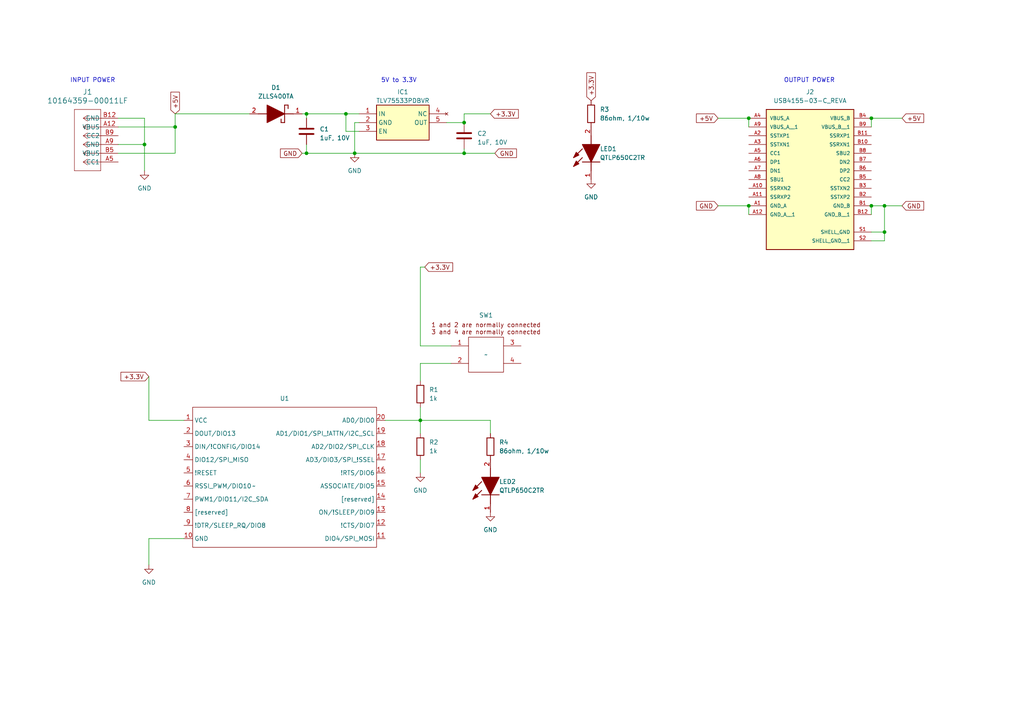
<source format=kicad_sch>
(kicad_sch (version 20230121) (generator eeschema)
  (paper "A4")
  (lib_symbols
    (symbol "10164359_00011LF:10164359-00011LF" (pin_names (offset 0.254))
      (property "Reference" "J" (at 8.89 6.35 0))
      (property "Value" "10164359-00011LF" (at 0 0 0))
      (symbol "10164359-00011LF_1_1"
        (polyline (pts (xy 5.08 -15.24) (xy 12.7 -15.24)) (stroke (width 0.127)))
        (polyline (pts (xy 5.08 2.54) (xy 5.08 -15.24)) (stroke (width 0.127)))
        (polyline (pts (xy 10.16 -12.7) (xy 5.08 -12.7)) (stroke (width 0.127)))
        (polyline (pts (xy 10.16 -12.7) (xy 8.89 -13.5467)) (stroke (width 0.127)))
        (polyline (pts (xy 10.16 -12.7) (xy 8.89 -11.8533)) (stroke (width 0.127)))
        (polyline (pts (xy 10.16 -10.16) (xy 5.08 -10.16)) (stroke (width 0.127)))
        (polyline (pts (xy 10.16 -10.16) (xy 8.89 -11.0067)) (stroke (width 0.127)))
        (polyline (pts (xy 10.16 -10.16) (xy 8.89 -9.3133)) (stroke (width 0.127)))
        (polyline (pts (xy 10.16 -7.62) (xy 5.08 -7.62)) (stroke (width 0.127)))
        (polyline (pts (xy 10.16 -7.62) (xy 8.89 -8.4667)) (stroke (width 0.127)))
        (polyline (pts (xy 10.16 -7.62) (xy 8.89 -6.7733)) (stroke (width 0.127)))
        (polyline (pts (xy 10.16 -5.08) (xy 5.08 -5.08)) (stroke (width 0.127)))
        (polyline (pts (xy 10.16 -5.08) (xy 8.89 -5.9267)) (stroke (width 0.127)))
        (polyline (pts (xy 10.16 -5.08) (xy 8.89 -4.2333)) (stroke (width 0.127)))
        (polyline (pts (xy 10.16 -2.54) (xy 5.08 -2.54)) (stroke (width 0.127)))
        (polyline (pts (xy 10.16 -2.54) (xy 8.89 -3.3867)) (stroke (width 0.127)))
        (polyline (pts (xy 10.16 -2.54) (xy 8.89 -1.6933)) (stroke (width 0.127)))
        (polyline (pts (xy 10.16 0) (xy 5.08 0)) (stroke (width 0.127)))
        (polyline (pts (xy 10.16 0) (xy 8.89 -0.8467)) (stroke (width 0.127)))
        (polyline (pts (xy 10.16 0) (xy 8.89 0.8467)) (stroke (width 0.127)))
        (polyline (pts (xy 12.7 -15.24) (xy 12.7 2.54)) (stroke (width 0.127)))
        (polyline (pts (xy 12.7 2.54) (xy 5.08 2.54)) (stroke (width 0.127)))
        (pin unspecified line (at 0 -10.16 0) (length 5.08) (name "VBUS") (number "A12"))
        (pin unspecified line (at 0 0 0) (length 5.08) (name "CC1") (number "A5"))
        (pin unspecified line (at 0 -5.08 0) (length 5.08) (name "GND") (number "A9"))
        (pin unspecified line (at 0 -12.7 0) (length 5.08) (name "GND") (number "B12"))
        (pin unspecified line (at 0 -2.54 0) (length 5.08) (name "VBUS") (number "B5"))
        (pin unspecified line (at 0 -7.62 0) (length 5.08) (name "CC2") (number "B9"))
      )
      (symbol "10164359-00011LF_1_2"
        (polyline (pts (xy 5.08 -15.24) (xy 12.7 -15.24)) (stroke (width 0.127)))
        (polyline (pts (xy 5.08 2.54) (xy 5.08 -15.24)) (stroke (width 0.127)))
        (polyline (pts (xy 7.62 -12.7) (xy 5.08 -12.7)) (stroke (width 0.127)))
        (polyline (pts (xy 7.62 -12.7) (xy 8.89 -13.5467)) (stroke (width 0.127)))
        (polyline (pts (xy 7.62 -12.7) (xy 8.89 -11.8533)) (stroke (width 0.127)))
        (polyline (pts (xy 7.62 -10.16) (xy 5.08 -10.16)) (stroke (width 0.127)))
        (polyline (pts (xy 7.62 -10.16) (xy 8.89 -11.0067)) (stroke (width 0.127)))
        (polyline (pts (xy 7.62 -10.16) (xy 8.89 -9.3133)) (stroke (width 0.127)))
        (polyline (pts (xy 7.62 -7.62) (xy 5.08 -7.62)) (stroke (width 0.127)))
        (polyline (pts (xy 7.62 -7.62) (xy 8.89 -8.4667)) (stroke (width 0.127)))
        (polyline (pts (xy 7.62 -7.62) (xy 8.89 -6.7733)) (stroke (width 0.127)))
        (polyline (pts (xy 7.62 -5.08) (xy 5.08 -5.08)) (stroke (width 0.127)))
        (polyline (pts (xy 7.62 -5.08) (xy 8.89 -5.9267)) (stroke (width 0.127)))
        (polyline (pts (xy 7.62 -5.08) (xy 8.89 -4.2333)) (stroke (width 0.127)))
        (polyline (pts (xy 7.62 -2.54) (xy 5.08 -2.54)) (stroke (width 0.127)))
        (polyline (pts (xy 7.62 -2.54) (xy 8.89 -3.3867)) (stroke (width 0.127)))
        (polyline (pts (xy 7.62 -2.54) (xy 8.89 -1.6933)) (stroke (width 0.127)))
        (polyline (pts (xy 7.62 0) (xy 5.08 0)) (stroke (width 0.127)))
        (polyline (pts (xy 7.62 0) (xy 8.89 -0.8467)) (stroke (width 0.127)))
        (polyline (pts (xy 7.62 0) (xy 8.89 0.8467)) (stroke (width 0.127)))
        (polyline (pts (xy 12.7 -15.24) (xy 12.7 2.54)) (stroke (width 0.127)))
        (polyline (pts (xy 12.7 2.54) (xy 5.08 2.54)) (stroke (width 0.127)))
        (pin unspecified line (at 0 -10.16 0) (length 5.08) (name "VBUS") (number "A12"))
        (pin unspecified line (at 0 0 0) (length 5.08) (name "CC1") (number "A5"))
        (pin unspecified line (at 0 -5.08 0) (length 5.08) (name "GND") (number "A9"))
        (pin unspecified line (at 0 -12.7 0) (length 5.08) (name "GND") (number "B12"))
        (pin unspecified line (at 0 -2.54 0) (length 5.08) (name "VBUS") (number "B5"))
        (pin unspecified line (at 0 -7.62 0) (length 5.08) (name "CC2") (number "B9"))
      )
    )
    (symbol "Device:C" (pin_numbers hide) (pin_names (offset 0.254))
      (property "Reference" "C" (at 0.635 2.54 0))
      (property "Value" "C" (at 0.635 -2.54 0))
      (symbol "C_0_1"
        (polyline (pts (xy -2.032 -0.762) (xy 2.032 -0.762)) (stroke (width 0.508)))
        (polyline (pts (xy -2.032 0.762) (xy 2.032 0.762)) (stroke (width 0.508)))
      )
      (symbol "C_1_1"
        (pin passive line (at 0 3.81 270) (length 2.794) (name "~") (number "1"))
        (pin passive line (at 0 -3.81 90) (length 2.794) (name "~") (number "2"))
      )
    )
    (symbol "Device:R" (pin_numbers hide) (pin_names (offset 0))
      (property "Reference" "R" (at 2.032 0 90))
      (property "Value" "R" (at 0 0 90))
      (symbol "R_0_1"
        (rectangle (start -1.016 -2.54) (end 1.016 2.54) (stroke (width 0.254)))
      )
      (symbol "R_1_1"
        (pin passive line (at 0 3.81 270) (length 1.27) (name "~") (number "1"))
        (pin passive line (at 0 -3.81 90) (length 1.27) (name "~") (number "2"))
      )
    )
    (symbol "QTLP650C2TR:QTLP650C2TR" (pin_names hide)
      (property "Reference" "LED" (at 12.7 8.89 0))
      (property "Value" "QTLP650C2TR" (at 12.7 6.35 0))
      (symbol "QTLP650C2TR_1_1"
        (polyline (pts (xy 2.54 0) (xy 5.08 0)) (stroke (width 0.254)))
        (polyline (pts (xy 5.08 2.54) (xy 5.08 -2.54)) (stroke (width 0.254)))
        (polyline (pts (xy 6.35 2.54) (xy 3.81 5.08)) (stroke (width 0.254)))
        (polyline (pts (xy 8.89 2.54) (xy 6.35 5.08)) (stroke (width 0.254)))
        (polyline (pts (xy 10.16 0) (xy 12.7 0)) (stroke (width 0.254)))
        (polyline (pts (xy 5.08 0) (xy 10.16 2.54) (xy 10.16 -2.54) (xy 5.08 0)) (stroke (width 0.254)) (fill (type outline)))
        (polyline (pts (xy 5.334 4.318) (xy 4.572 3.556) (xy 3.81 5.08) (xy 5.334 4.318)) (stroke (width 0.254)) (fill (type outline)))
        (polyline (pts (xy 7.874 4.318) (xy 7.112 3.556) (xy 6.35 5.08) (xy 7.874 4.318)) (stroke (width 0.254)) (fill (type outline)))
        (pin passive line (at 0 0 0) (length 2.54) (name "K") (number "1"))
        (pin passive line (at 15.24 0 180) (length 2.54) (name "A") (number "2"))
      )
    )
    (symbol "TLV75533PDBVR:TLV75533PDBVR"
      (property "Reference" "IC" (at 21.59 7.62 0))
      (property "Value" "TLV75533PDBVR" (at 21.59 5.08 0))
      (symbol "TLV75533PDBVR_1_1"
        (rectangle (start 5.08 2.54) (end 20.32 -7.62) (stroke (width 0.254)) (fill (type background)))
        (pin passive line (at 0 0 0) (length 5.08) (name "IN") (number "1"))
        (pin passive line (at 0 -2.54 0) (length 5.08) (name "GND") (number "2"))
        (pin passive line (at 0 -5.08 0) (length 5.08) (name "EN") (number "3"))
        (pin no_connect line (at 25.4 0 180) (length 5.08) (name "NC") (number "4"))
        (pin passive line (at 25.4 -2.54 180) (length 5.08) (name "OUT") (number "5"))
      )
    )
    (symbol "USB4155-03-C_REVA:USB4155-03-C_REVA" (pin_names (offset 1.016))
      (property "Reference" "J" (at -12.7 16.002 0))
      (property "Value" "USB4155-03-C_REVA" (at -12.7 -26.162 0))
      (symbol "USB4155-03-C_REVA_0_0"
        (rectangle (start -12.7 -25.4) (end 12.7 15.24) (stroke (width 0.254)) (fill (type background)))
        (pin power_in line (at -17.78 -12.7 0) (length 5.08) (name "GND_A") (number "A1"))
        (pin bidirectional line (at -17.78 -7.62 0) (length 5.08) (name "SSRXN2") (number "A10"))
        (pin bidirectional line (at -17.78 -10.16 0) (length 5.08) (name "SSRXP2") (number "A11"))
        (pin power_in line (at -17.78 -15.24 0) (length 5.08) (name "GND_A__1") (number "A12"))
        (pin bidirectional line (at -17.78 7.62 0) (length 5.08) (name "SSTXP1") (number "A2"))
        (pin bidirectional line (at -17.78 5.08 0) (length 5.08) (name "SSTXN1") (number "A3"))
        (pin power_in line (at -17.78 12.7 0) (length 5.08) (name "VBUS_A") (number "A4"))
        (pin bidirectional line (at -17.78 2.54 0) (length 5.08) (name "CC1") (number "A5"))
        (pin bidirectional line (at -17.78 0 0) (length 5.08) (name "DP1") (number "A6"))
        (pin bidirectional line (at -17.78 -2.54 0) (length 5.08) (name "DN1") (number "A7"))
        (pin bidirectional line (at -17.78 -5.08 0) (length 5.08) (name "SBU1") (number "A8"))
        (pin power_in line (at -17.78 10.16 0) (length 5.08) (name "VBUS_A__1") (number "A9"))
        (pin power_in line (at 17.78 -12.7 180) (length 5.08) (name "GND_B") (number "B1"))
        (pin bidirectional line (at 17.78 5.08 180) (length 5.08) (name "SSRXN1") (number "B10"))
        (pin bidirectional line (at 17.78 7.62 180) (length 5.08) (name "SSRXP1") (number "B11"))
        (pin power_in line (at 17.78 -15.24 180) (length 5.08) (name "GND_B__1") (number "B12"))
        (pin bidirectional line (at 17.78 -10.16 180) (length 5.08) (name "SSTXP2") (number "B2"))
        (pin bidirectional line (at 17.78 -7.62 180) (length 5.08) (name "SSTXN2") (number "B3"))
        (pin power_in line (at 17.78 12.7 180) (length 5.08) (name "VBUS_B") (number "B4"))
        (pin bidirectional line (at 17.78 -5.08 180) (length 5.08) (name "CC2") (number "B5"))
        (pin bidirectional line (at 17.78 -2.54 180) (length 5.08) (name "DP2") (number "B6"))
        (pin bidirectional line (at 17.78 0 180) (length 5.08) (name "DN2") (number "B7"))
        (pin bidirectional line (at 17.78 2.54 180) (length 5.08) (name "SBU2") (number "B8"))
        (pin power_in line (at 17.78 10.16 180) (length 5.08) (name "VBUS_B__1") (number "B9"))
        (pin power_in line (at 17.78 -20.32 180) (length 5.08) (name "SHELL_GND") (number "S1"))
        (pin power_in line (at 17.78 -22.86 180) (length 5.08) (name "SHELL_GND__1") (number "S2"))
      )
    )
    (symbol "XA1E-BV302-R:XA1E-BV302-R"
      (property "Reference" "SW" (at 0 10.16 0))
      (symbol "XA1E-BV302-R_0_1"
        (rectangle (start -5.08 5.08) (end 5.08 -5.08))
      )
      (symbol "XA1E-BV302-R_1_1"
        (text "1 and 2 are normally connected\n3 and 4 are normally connected" (at 0 7.62 0) (effects (font (size 1.27 1.27))))
        (pin passive line (at -10.16 2.54 0) (length 5.08) (name "") (number "1"))
        (pin passive line (at -10.16 -2.54 0) (length 5.08) (name "") (number "2"))
        (pin passive line (at 10.16 2.54 180) (length 5.08) (name "") (number "3"))
        (pin passive line (at 10.16 -2.54 180) (length 5.08) (name "") (number "4"))
      )
    )
    (symbol "XB3-24AST-J:XB3-24AST-J"
      (property "Reference" "U" (at -8.89 -2.54 0))
      (symbol "XB3-24AST-J_0_1"
        (rectangle (start -26.67 20.32) (end 26.67 -20.32))
      )
      (symbol "XB3-24AST-J_1_1"
        (pin input line (at -29.21 16.51 0) (length 2.54) (name "VCC") (number "1"))
        (pin input line (at -29.21 -17.78 0) (length 2.54) (name "GND") (number "10"))
        (pin input line (at 29.21 -17.78 180) (length 2.54) (name "DIO4/SPI_MOSI") (number "11"))
        (pin input line (at 29.21 -13.97 180) (length 2.54) (name "!CTS/DIO7") (number "12"))
        (pin input line (at 29.21 -10.16 180) (length 2.54) (name "ON/!SLEEP/DIO9") (number "13"))
        (pin input line (at 29.21 -6.35 180) (length 2.54) (name "[reserved]") (number "14"))
        (pin input line (at 29.21 -2.54 180) (length 2.54) (name "ASSOCIATE/DIO5") (number "15"))
        (pin input line (at 29.21 1.27 180) (length 2.54) (name "!RTS/DIO6") (number "16"))
        (pin input line (at 29.21 5.08 180) (length 2.54) (name "AD3/DIO3/SPI_!SSEL") (number "17"))
        (pin input line (at 29.21 8.89 180) (length 2.54) (name "AD2/DIO2/SPI_CLK") (number "18"))
        (pin input line (at 29.21 12.7 180) (length 2.54) (name "AD1/DIO1/SPI_!ATTN/I2C_SCL") (number "19"))
        (pin input line (at -29.21 12.7 0) (length 2.54) (name "DOUT/DIO13") (number "2"))
        (pin input line (at 29.21 16.51 180) (length 2.54) (name "AD0/DIO0") (number "20"))
        (pin input line (at -29.21 8.89 0) (length 2.54) (name "DIN/!CONFIG/DIO14") (number "3"))
        (pin input line (at -29.21 5.08 0) (length 2.54) (name "DIO12/SPI_MISO") (number "4"))
        (pin input line (at -29.21 1.27 0) (length 2.54) (name "!RESET") (number "5"))
        (pin input line (at -29.21 -2.54 0) (length 2.54) (name "RSSI_PWM/DIO10") (number "6"))
        (pin input line (at -29.21 -6.35 0) (length 2.54) (name "PWM1/DIO11/I2C_SDA") (number "7"))
        (pin input line (at -29.21 -10.16 0) (length 2.54) (name "[reserved]") (number "8"))
        (pin input line (at -29.21 -13.97 0) (length 2.54) (name "!DTR/SLEEP_RQ/DIO8") (number "9"))
      )
    )
    (symbol "ZLLS400TA:ZLLS400TA" (pin_names hide)
      (property "Reference" "D" (at 12.7 8.89 0))
      (property "Value" "ZLLS400TA" (at 12.7 6.35 0))
      (symbol "ZLLS400TA_1_1"
        (polyline (pts (xy 5.08 0) (xy 7.62 0)) (stroke (width 0.254)))
        (polyline (pts (xy 6.604 -1.524) (xy 6.604 -2.54)) (stroke (width 0.254)))
        (polyline (pts (xy 7.62 -2.54) (xy 6.604 -2.54)) (stroke (width 0.254)))
        (polyline (pts (xy 7.62 2.54) (xy 7.62 -2.54)) (stroke (width 0.254)))
        (polyline (pts (xy 7.62 2.54) (xy 8.636 2.54)) (stroke (width 0.254)))
        (polyline (pts (xy 8.636 1.524) (xy 8.636 2.54)) (stroke (width 0.254)))
        (polyline (pts (xy 12.7 0) (xy 15.24 0)) (stroke (width 0.254)))
        (polyline (pts (xy 7.62 0) (xy 12.7 2.54) (xy 12.7 -2.54) (xy 7.62 0)) (stroke (width 0.254)) (fill (type outline)))
        (pin passive line (at 2.54 0 0) (length 2.54) (name "K") (number "1"))
        (pin passive line (at 17.78 0 180) (length 2.54) (name "A") (number "2"))
      )
    )
    (symbol "power:GND" (power) (pin_names (offset 0))
      (property "Value" "GND" (at 0 -3.81 0))
      (symbol "GND_0_1"
        (polyline (pts (xy 0 0) (xy 0 -1.27) (xy 1.27 -1.27) (xy 0 -2.54) (xy -1.27 -1.27) (xy 0 -1.27)))
      )
      (symbol "GND_1_1"
        (pin power_in line (at 0 0 270) (length 0) hide (name "GND") (number "1"))
      )
    )
  )
  (junction (at 100.33 33.02))
  (junction (at 256.54 59.69))
  (junction (at 134.62 44.45))
  (junction (at 50.8 36.83))
  (junction (at 217.17 34.29))
  (junction (at 256.54 67.31))
  (junction (at 252.73 34.29))
  (junction (at 88.9 44.45))
  (junction (at 217.17 59.69))
  (junction (at 252.73 59.69))
  (junction (at 121.92 121.92))
  (junction (at 134.62 35.56))
  (junction (at 102.87 44.45))
  (junction (at 41.91 41.91))
  (junction (at 88.9 33.02))
  (wire (pts (xy 50.8 44.45) (xy 50.8 36.83)))
  (wire (pts (xy 121.92 133.35) (xy 121.92 137.16)))
  (wire (pts (xy 252.73 34.29) (xy 252.73 36.83)))
  (wire (pts (xy 87.63 44.45) (xy 88.9 44.45)))
  (wire (pts (xy 142.24 121.92) (xy 142.24 125.73)))
  (wire (pts (xy 134.62 43.18) (xy 134.62 44.45)))
  (wire (pts (xy 43.18 109.22) (xy 43.18 121.92)))
  (wire (pts (xy 134.62 33.02) (xy 142.24 33.02)))
  (wire (pts (xy 50.8 33.02) (xy 50.8 36.83)))
  (wire (pts (xy 121.92 105.41) (xy 121.92 110.49)))
  (wire (pts (xy 134.62 44.45) (xy 143.51 44.45)))
  (wire (pts (xy 256.54 59.69) (xy 252.73 59.69)))
  (wire (pts (xy 261.62 34.29) (xy 252.73 34.29)))
  (wire (pts (xy 121.92 121.92) (xy 111.76 121.92)))
  (wire (pts (xy 121.92 77.47) (xy 123.19 77.47)))
  (wire (pts (xy 41.91 34.29) (xy 41.91 41.91)))
  (wire (pts (xy 252.73 69.85) (xy 256.54 69.85)))
  (wire (pts (xy 34.29 44.45) (xy 50.8 44.45)))
  (wire (pts (xy 217.17 34.29) (xy 217.17 36.83)))
  (wire (pts (xy 208.28 34.29) (xy 217.17 34.29)))
  (wire (pts (xy 34.29 36.83) (xy 50.8 36.83)))
  (wire (pts (xy 121.92 100.33) (xy 121.92 77.47)))
  (wire (pts (xy 256.54 67.31) (xy 256.54 59.69)))
  (wire (pts (xy 134.62 35.56) (xy 134.62 33.02)))
  (wire (pts (xy 43.18 156.21) (xy 43.18 163.83)))
  (wire (pts (xy 130.81 105.41) (xy 121.92 105.41)))
  (wire (pts (xy 252.73 59.69) (xy 252.73 62.23)))
  (wire (pts (xy 72.39 33.02) (xy 50.8 33.02)))
  (wire (pts (xy 88.9 33.02) (xy 88.9 34.29)))
  (wire (pts (xy 256.54 69.85) (xy 256.54 67.31)))
  (wire (pts (xy 53.34 156.21) (xy 43.18 156.21)))
  (wire (pts (xy 88.9 44.45) (xy 102.87 44.45)))
  (wire (pts (xy 208.28 59.69) (xy 217.17 59.69)))
  (wire (pts (xy 252.73 67.31) (xy 256.54 67.31)))
  (wire (pts (xy 34.29 41.91) (xy 41.91 41.91)))
  (wire (pts (xy 121.92 118.11) (xy 121.92 121.92)))
  (wire (pts (xy 34.29 34.29) (xy 41.91 34.29)))
  (wire (pts (xy 129.54 35.56) (xy 134.62 35.56)))
  (wire (pts (xy 102.87 35.56) (xy 102.87 44.45)))
  (wire (pts (xy 217.17 59.69) (xy 217.17 62.23)))
  (wire (pts (xy 104.14 38.1) (xy 100.33 38.1)))
  (wire (pts (xy 121.92 121.92) (xy 121.92 125.73)))
  (wire (pts (xy 100.33 33.02) (xy 88.9 33.02)))
  (wire (pts (xy 100.33 33.02) (xy 100.33 38.1)))
  (wire (pts (xy 104.14 35.56) (xy 102.87 35.56)))
  (wire (pts (xy 142.24 121.92) (xy 121.92 121.92)))
  (wire (pts (xy 134.62 44.45) (xy 102.87 44.45)))
  (wire (pts (xy 104.14 33.02) (xy 100.33 33.02)))
  (wire (pts (xy 41.91 41.91) (xy 41.91 49.53)))
  (wire (pts (xy 130.81 100.33) (xy 121.92 100.33)))
  (wire (pts (xy 87.63 33.02) (xy 88.9 33.02)))
  (wire (pts (xy 88.9 41.91) (xy 88.9 44.45)))
  (wire (pts (xy 261.62 59.69) (xy 256.54 59.69)))
  (wire (pts (xy 43.18 121.92) (xy 53.34 121.92)))
  (text "INPUT POWER" (at 20.32 24.13 0) (effects (font (size 1.27 1.27)) (justify left bottom)))
  (text "5V to 3.3V" (at 110.49 24.13 0) (effects (font (size 1.27 1.27)) (justify left bottom)))
  (text "OUTPUT POWER\n" (at 227.33 24.13 0) (effects (font (size 1.27 1.27)) (justify left bottom)))
  (global_label "GND" (shape input) (at 261.62 59.69 0) (property "Intersheetrefs" "${INTERSHEET_REFS}" (effects hide)))
  (global_label "GND" (shape input) (at 87.63 44.45 180) (property "Intersheetrefs" "${INTERSHEET_REFS}" (effects hide)))
  (global_label "GND" (shape input) (at 208.28 59.69 180) (property "Intersheetrefs" "${INTERSHEET_REFS}" (effects hide)))
  (global_label "+3.3V" (shape input) (at 142.24 33.02 0) (property "Intersheetrefs" "${INTERSHEET_REFS}" (effects hide)))
  (global_label "GND" (shape input) (at 143.51 44.45 0) (property "Intersheetrefs" "${INTERSHEET_REFS}" (effects hide)))
  (global_label "+5V" (shape input) (at 208.28 34.29 180) (property "Intersheetrefs" "${INTERSHEET_REFS}" (effects hide)))
  (global_label "+5V" (shape input) (at 261.62 34.29 0) (property "Intersheetrefs" "${INTERSHEET_REFS}" (effects hide)))
  (global_label "+3.3V" (shape input) (at 123.19 77.47 0) (property "Intersheetrefs" "${INTERSHEET_REFS}" (effects hide)))
  (global_label "+5V" (shape input) (at 50.8 33.02 90) (property "Intersheetrefs" "${INTERSHEET_REFS}" (effects hide)))
  (global_label "+3.3V" (shape input) (at 43.18 109.22 180) (property "Intersheetrefs" "${INTERSHEET_REFS}" (effects hide)))
  (global_label "+3.3V" (shape input) (at 171.45 29.21 90) (property "Intersheetrefs" "${INTERSHEET_REFS}" (effects hide)))
  (symbol (lib_id "power:GND") (at 121.92 137.16 0) (unit 1)
    (property "Reference" "#PWR01" (effects hide))
    (property "Value" "GND" (at 121.92 142.24 0))
  )
  (symbol (lib_id "Device:R") (at 121.92 129.54 0) (unit 1)
    (property "Reference" "R2" (at 124.46 128.27 0) (effects (justify left)))
    (property "Value" "1k" (at 124.46 130.81 0) (effects (justify left)))
    (property "Footprint" "Resistor_SMD:R_1206_3216Metric_Pad1.30x1.75mm_HandSolder" (effects hide))
  )
  (symbol (lib_id "XA1E-BV302-R:XA1E-BV302-R") (at 140.97 102.87 0) (unit 1)
    (property "Reference" "SW1" (at 140.97 91.44 0))
    (property "Value" "~" (at 140.97 102.87 0))
    (property "Footprint" "XA1E-BV302-R:XA1E-BV302-R" (effects hide))
  )
  (symbol (lib_id "power:GND") (at 41.91 49.53 0) (unit 1)
    (property "Reference" "#PWR04" (effects hide))
    (property "Value" "GND" (at 41.91 54.61 0))
  )
  (symbol (lib_id "Device:C") (at 134.62 39.37 0) (unit 1)
    (property "Reference" "C2" (at 138.43 38.735 0) (effects (justify left)))
    (property "Value" "1uF, 10V" (at 138.43 41.275 0) (effects (justify left)))
    (property "Footprint" "Capacitor_SMD:C_0805_2012Metric_Pad1.18x1.45mm_HandSolder" (effects hide))
    (property "Datasheet" "https://www.samsungsem.com/kr/support/product-search/mlcc/CL21B105KPFNNNE.jsp" (effects hide))
    (property "Part Number" "CL21B105KPFNNNE" (effects hide))
  )
  (symbol (lib_id "Device:R") (at 142.24 129.54 180) (unit 1)
    (property "Reference" "R4" (at 144.78 128.27 0) (effects (justify right)))
    (property "Value" "86ohm, 1/10w" (at 144.78 130.81 0) (effects (justify right)))
    (property "Footprint" "Resistor_SMD:R_1206_3216Metric_Pad1.30x1.75mm_HandSolder" (effects hide))
    (property "Part Number" "RC1206FR-0786R6L" (effects hide))
  )
  (symbol (lib_id "USB4155-03-C_REVA:USB4155-03-C_REVA") (at 234.95 46.99 0) (unit 1)
    (property "Reference" "J2" (at 234.95 26.67 0))
    (property "Value" "USB4155-03-C_REVA" (at 234.95 29.21 0))
    (property "Footprint" "USB4155_03_C:GCT_USB4155-03-C_REVA" (effects hide))
    (property "PARTREV" "A" (effects hide))
    (property "MANUFACTURER" "GCT" (effects hide))
    (property "MAXIMUM_PACKAGE_HEIGHT" "2.9 mm" (effects hide))
    (property "STANDARD" "Manufacturer Recommendations" (effects hide))
  )
  (symbol (lib_id "power:GND") (at 102.87 44.45 0) (unit 1)
    (property "Reference" "#PWR03" (effects hide))
    (property "Value" "GND" (at 102.87 49.53 0))
  )
  (symbol (lib_id "power:GND") (at 171.45 52.07 0) (unit 1)
    (property "Reference" "#PWR05" (effects hide))
    (property "Value" "GND" (at 171.45 57.15 0))
  )
  (symbol (lib_id "XB3-24AST-J:XB3-24AST-J") (at 82.55 138.43 0) (unit 1)
    (property "Reference" "U1" (at 82.55 115.57 0))
    (property "Value" "~" (at 73.66 140.97 0))
    (property "Footprint" "XB3-24AST-J:XB3-24AST-J" (effects hide))
  )
  (symbol (lib_id "power:GND") (at 142.24 148.59 0) (unit 1)
    (property "Reference" "#PWR06" (effects hide))
    (property "Value" "GND" (at 142.24 153.67 0))
  )
  (symbol (lib_id "Device:R") (at 121.92 114.3 0) (unit 1)
    (property "Reference" "R1" (at 124.46 113.03 0) (effects (justify left)))
    (property "Value" "1k" (at 124.46 115.57 0) (effects (justify left)))
    (property "Footprint" "Resistor_SMD:R_1206_3216Metric_Pad1.30x1.75mm_HandSolder" (effects hide))
  )
  (symbol (lib_id "10164359_00011LF:10164359-00011LF") (at 34.29 46.99 180) (unit 1)
    (property "Reference" "J1" (at 25.4 26.67 0) (effects (font (size 1.524 1.524))))
    (property "Value" "10164359-00011LF" (at 25.4 29.21 0) (effects (font (size 1.524 1.524))))
    (property "Footprint" "10164359_00011LF:CONN_10164359-00011LF_AMP" (effects hide))
    (property "Datasheet" "10164359-00011LF" (effects hide))
  )
  (symbol (lib_id "ZLLS400TA:ZLLS400TA") (at 90.17 33.02 180) (unit 1)
    (property "Reference" "D1" (at 80.01 25.4 0))
    (property "Value" "ZLLS400TA" (at 80.01 27.94 0))
    (property "Footprint" "SOD2513X120N" (effects hide))
    (property "Datasheet" "https://www.diodes.com/assets/Datasheets/ZLLS400.pdf" (effects hide))
    (property "Height" "1.2" (effects hide))
    (property "Mouser Part Number" "522-ZLLS400TA" (effects hide))
    (property "Mouser Price/Stock" "https://www.mouser.co.uk/ProductDetail/Diodes-Incorporated/ZLLS400TA?qs=YwPsRIUVAOfqQ%2F7F3eEMzA%3D%3D" (effects hide))
    (property "Manufacturer_Name" "Diodes Inc." (effects hide))
    (property "Manufacturer_Part_Number" "ZLLS400TA" (effects hide))
  )
  (symbol (lib_id "Device:R") (at 171.45 33.02 180) (unit 1)
    (property "Reference" "R3" (at 173.99 31.75 0) (effects (justify right)))
    (property "Value" "86ohm, 1/10w" (at 173.99 34.29 0) (effects (justify right)))
    (property "Footprint" "Resistor_SMD:R_1206_3216Metric_Pad1.30x1.75mm_HandSolder" (effects hide))
    (property "Part Number" "RC1206FR-0786R6L" (effects hide))
  )
  (symbol (lib_id "Device:C") (at 88.9 38.1 0) (unit 1)
    (property "Reference" "C1" (at 92.71 37.465 0) (effects (justify left)))
    (property "Value" "1uF, 10V" (at 92.71 40.005 0) (effects (justify left)))
    (property "Footprint" "Capacitor_SMD:C_0805_2012Metric_Pad1.18x1.45mm_HandSolder" (effects hide))
    (property "Datasheet" "https://www.samsungsem.com/kr/support/product-search/mlcc/CL21B105KPFNNNE.jsp" (effects hide))
    (property "Part Number" "CL21B105KPFNNNE" (effects hide))
  )
  (symbol (lib_id "power:GND") (at 43.18 163.83 0) (unit 1)
    (property "Reference" "#PWR02" (effects hide))
    (property "Value" "GND" (at 43.18 168.91 0))
  )
  (symbol (lib_id "QTLP650C2TR:QTLP650C2TR") (at 142.24 148.59 90) (unit 1)
    (property "Reference" "LED2" (at 144.78 139.7 90) (effects (justify right)))
    (property "Value" "QTLP650C2TR" (at 144.78 142.24 90) (effects (justify right)))
    (property "Footprint" "QTLP650C2TR:LEDC3216X130N" (effects hide))
    (property "Datasheet" "https://media.digikey.com/pdf/Data%20Sheets/Everlight%20PDFs/QTLP650(C,D)-2,3,4,7,B.pdf" (effects hide))
    (property "Height" "1.3" (effects hide))
    (property "Mouser Part Number" "638-QTLP650C2" (effects hide))
    (property "Mouser Price/Stock" "https://www.mouser.co.uk/ProductDetail/Everlight/QTLP650C2TR?qs=jxXCjj08cASinGANW30bJg%3D%3D" (effects hide))
    (property "Manufacturer_Name" "Everlight" (effects hide))
    (property "Part Number" "QTLP650C2TR" (effects hide))
  )
  (symbol (lib_id "QTLP650C2TR:QTLP650C2TR") (at 171.45 52.07 90) (unit 1)
    (property "Reference" "LED1" (at 173.99 43.18 90) (effects (justify right)))
    (property "Value" "QTLP650C2TR" (at 173.99 45.72 90) (effects (justify right)))
    (property "Footprint" "QTLP650C2TR:LEDC3216X130N" (effects hide))
    (property "Datasheet" "https://media.digikey.com/pdf/Data%20Sheets/Everlight%20PDFs/QTLP650(C,D)-2,3,4,7,B.pdf" (effects hide))
    (property "Height" "1.3" (effects hide))
    (property "Mouser Part Number" "638-QTLP650C2" (effects hide))
    (property "Mouser Price/Stock" "https://www.mouser.co.uk/ProductDetail/Everlight/QTLP650C2TR?qs=jxXCjj08cASinGANW30bJg%3D%3D" (effects hide))
    (property "Manufacturer_Name" "Everlight" (effects hide))
    (property "Part Number" "QTLP650C2TR" (effects hide))
  )
  (symbol (lib_id "TLV75533PDBVR:TLV75533PDBVR") (at 104.14 33.02 0) (unit 1)
    (property "Reference" "IC1" (at 116.84 26.67 0))
    (property "Value" "TLV75533PDBVR" (at 116.84 29.21 0))
    (property "Footprint" "SOT95P280X145-5N" (effects hide))
    (property "Datasheet" "http://www.ti.com/lit/gpn/tlv755p" (effects hide))
    (property "Height" "1.45" (effects hide))
    (property "Mouser Part Number" "595-TLV75533PDBVR" (effects hide))
    (property "Mouser Price/Stock" "https://www.mouser.co.uk/ProductDetail/Texas-Instruments/TLV75533PDBVR?qs=55YtniHzbhAKEwqeO2xJXQ%3D%3D" (effects hide))
    (property "Manufacturer_Name" "Texas Instruments" (effects hide))
    (property "Part Number" "TLV75533PDBVR" (effects hide))
  )
)
</source>
